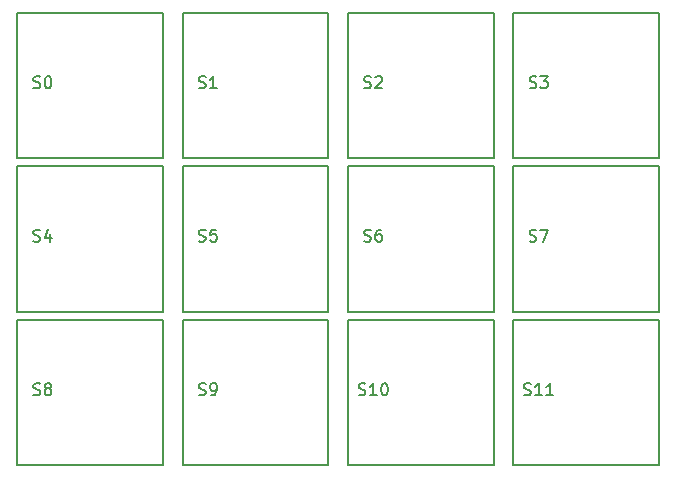
<source format=gbr>
%TF.GenerationSoftware,KiCad,Pcbnew,(5.1.10)-1*%
%TF.CreationDate,2021-11-08T13:26:20-08:00*%
%TF.ProjectId,button_grid,62757474-6f6e-45f6-9772-69642e6b6963,rev?*%
%TF.SameCoordinates,Original*%
%TF.FileFunction,Legend,Top*%
%TF.FilePolarity,Positive*%
%FSLAX46Y46*%
G04 Gerber Fmt 4.6, Leading zero omitted, Abs format (unit mm)*
G04 Created by KiCad (PCBNEW (5.1.10)-1) date 2021-11-08 13:26:20*
%MOMM*%
%LPD*%
G01*
G04 APERTURE LIST*
%ADD10C,0.200000*%
%ADD11C,0.150000*%
G04 APERTURE END LIST*
D10*
%TO.C,S0*%
X132660000Y-70340000D02*
X132660000Y-82660000D01*
X120340000Y-70340000D02*
X132660000Y-70340000D01*
X120340000Y-82660000D02*
X120340000Y-70340000D01*
X132660000Y-82660000D02*
X120340000Y-82660000D01*
%TO.C,S1*%
X146660000Y-82660000D02*
X134340000Y-82660000D01*
X134340000Y-82660000D02*
X134340000Y-70340000D01*
X134340000Y-70340000D02*
X146660000Y-70340000D01*
X146660000Y-70340000D02*
X146660000Y-82660000D01*
%TO.C,S2*%
X160660000Y-70340000D02*
X160660000Y-82660000D01*
X148340000Y-70340000D02*
X160660000Y-70340000D01*
X148340000Y-82660000D02*
X148340000Y-70340000D01*
X160660000Y-82660000D02*
X148340000Y-82660000D01*
%TO.C,S3*%
X174660000Y-82660000D02*
X162340000Y-82660000D01*
X162340000Y-82660000D02*
X162340000Y-70340000D01*
X162340000Y-70340000D02*
X174660000Y-70340000D01*
X174660000Y-70340000D02*
X174660000Y-82660000D01*
%TO.C,S4*%
X132660000Y-83340000D02*
X132660000Y-95660000D01*
X120340000Y-83340000D02*
X132660000Y-83340000D01*
X120340000Y-95660000D02*
X120340000Y-83340000D01*
X132660000Y-95660000D02*
X120340000Y-95660000D01*
%TO.C,S5*%
X146660000Y-95660000D02*
X134340000Y-95660000D01*
X134340000Y-95660000D02*
X134340000Y-83340000D01*
X134340000Y-83340000D02*
X146660000Y-83340000D01*
X146660000Y-83340000D02*
X146660000Y-95660000D01*
%TO.C,S6*%
X160660000Y-83340000D02*
X160660000Y-95660000D01*
X148340000Y-83340000D02*
X160660000Y-83340000D01*
X148340000Y-95660000D02*
X148340000Y-83340000D01*
X160660000Y-95660000D02*
X148340000Y-95660000D01*
%TO.C,S7*%
X174660000Y-95660000D02*
X162340000Y-95660000D01*
X162340000Y-95660000D02*
X162340000Y-83340000D01*
X162340000Y-83340000D02*
X174660000Y-83340000D01*
X174660000Y-83340000D02*
X174660000Y-95660000D01*
%TO.C,S8*%
X132660000Y-96340000D02*
X132660000Y-108660000D01*
X120340000Y-96340000D02*
X132660000Y-96340000D01*
X120340000Y-108660000D02*
X120340000Y-96340000D01*
X132660000Y-108660000D02*
X120340000Y-108660000D01*
%TO.C,S9*%
X146660000Y-108660000D02*
X134340000Y-108660000D01*
X134340000Y-108660000D02*
X134340000Y-96340000D01*
X134340000Y-96340000D02*
X146660000Y-96340000D01*
X146660000Y-96340000D02*
X146660000Y-108660000D01*
%TO.C,S10*%
X160660000Y-96340000D02*
X160660000Y-108660000D01*
X148340000Y-96340000D02*
X160660000Y-96340000D01*
X148340000Y-108660000D02*
X148340000Y-96340000D01*
X160660000Y-108660000D02*
X148340000Y-108660000D01*
%TO.C,S11*%
X174660000Y-108660000D02*
X162340000Y-108660000D01*
X162340000Y-108660000D02*
X162340000Y-96340000D01*
X162340000Y-96340000D02*
X174660000Y-96340000D01*
X174660000Y-96340000D02*
X174660000Y-108660000D01*
%TO.C,S0*%
D11*
X121708719Y-76662117D02*
X121851740Y-76709791D01*
X122090109Y-76709791D01*
X122185457Y-76662117D01*
X122233130Y-76614443D01*
X122280804Y-76519095D01*
X122280804Y-76423748D01*
X122233130Y-76328400D01*
X122185457Y-76280726D01*
X122090109Y-76233053D01*
X121899414Y-76185379D01*
X121804066Y-76137705D01*
X121756392Y-76090031D01*
X121708719Y-75994684D01*
X121708719Y-75899336D01*
X121756392Y-75803988D01*
X121804066Y-75756315D01*
X121899414Y-75708641D01*
X122137783Y-75708641D01*
X122280804Y-75756315D01*
X122900564Y-75708641D02*
X122995911Y-75708641D01*
X123091259Y-75756315D01*
X123138933Y-75803988D01*
X123186607Y-75899336D01*
X123234280Y-76090031D01*
X123234280Y-76328400D01*
X123186607Y-76519095D01*
X123138933Y-76614443D01*
X123091259Y-76662117D01*
X122995911Y-76709791D01*
X122900564Y-76709791D01*
X122805216Y-76662117D01*
X122757542Y-76614443D01*
X122709869Y-76519095D01*
X122662195Y-76328400D01*
X122662195Y-76090031D01*
X122709869Y-75899336D01*
X122757542Y-75803988D01*
X122805216Y-75756315D01*
X122900564Y-75708641D01*
%TO.C,S1*%
X135708719Y-76662117D02*
X135851740Y-76709791D01*
X136090109Y-76709791D01*
X136185457Y-76662117D01*
X136233130Y-76614443D01*
X136280804Y-76519095D01*
X136280804Y-76423748D01*
X136233130Y-76328400D01*
X136185457Y-76280726D01*
X136090109Y-76233053D01*
X135899414Y-76185379D01*
X135804066Y-76137705D01*
X135756392Y-76090031D01*
X135708719Y-75994684D01*
X135708719Y-75899336D01*
X135756392Y-75803988D01*
X135804066Y-75756315D01*
X135899414Y-75708641D01*
X136137783Y-75708641D01*
X136280804Y-75756315D01*
X137234280Y-76709791D02*
X136662195Y-76709791D01*
X136948238Y-76709791D02*
X136948238Y-75708641D01*
X136852890Y-75851662D01*
X136757542Y-75947010D01*
X136662195Y-75994684D01*
%TO.C,S2*%
X149708719Y-76662117D02*
X149851740Y-76709791D01*
X150090109Y-76709791D01*
X150185457Y-76662117D01*
X150233130Y-76614443D01*
X150280804Y-76519095D01*
X150280804Y-76423748D01*
X150233130Y-76328400D01*
X150185457Y-76280726D01*
X150090109Y-76233053D01*
X149899414Y-76185379D01*
X149804066Y-76137705D01*
X149756392Y-76090031D01*
X149708719Y-75994684D01*
X149708719Y-75899336D01*
X149756392Y-75803988D01*
X149804066Y-75756315D01*
X149899414Y-75708641D01*
X150137783Y-75708641D01*
X150280804Y-75756315D01*
X150662195Y-75803988D02*
X150709869Y-75756315D01*
X150805216Y-75708641D01*
X151043585Y-75708641D01*
X151138933Y-75756315D01*
X151186607Y-75803988D01*
X151234280Y-75899336D01*
X151234280Y-75994684D01*
X151186607Y-76137705D01*
X150614521Y-76709791D01*
X151234280Y-76709791D01*
%TO.C,S3*%
X163708719Y-76662117D02*
X163851740Y-76709791D01*
X164090109Y-76709791D01*
X164185457Y-76662117D01*
X164233130Y-76614443D01*
X164280804Y-76519095D01*
X164280804Y-76423748D01*
X164233130Y-76328400D01*
X164185457Y-76280726D01*
X164090109Y-76233053D01*
X163899414Y-76185379D01*
X163804066Y-76137705D01*
X163756392Y-76090031D01*
X163708719Y-75994684D01*
X163708719Y-75899336D01*
X163756392Y-75803988D01*
X163804066Y-75756315D01*
X163899414Y-75708641D01*
X164137783Y-75708641D01*
X164280804Y-75756315D01*
X164614521Y-75708641D02*
X165234280Y-75708641D01*
X164900564Y-76090031D01*
X165043585Y-76090031D01*
X165138933Y-76137705D01*
X165186607Y-76185379D01*
X165234280Y-76280726D01*
X165234280Y-76519095D01*
X165186607Y-76614443D01*
X165138933Y-76662117D01*
X165043585Y-76709791D01*
X164757542Y-76709791D01*
X164662195Y-76662117D01*
X164614521Y-76614443D01*
%TO.C,S4*%
X121708719Y-89662117D02*
X121851740Y-89709791D01*
X122090109Y-89709791D01*
X122185457Y-89662117D01*
X122233130Y-89614443D01*
X122280804Y-89519095D01*
X122280804Y-89423748D01*
X122233130Y-89328400D01*
X122185457Y-89280726D01*
X122090109Y-89233053D01*
X121899414Y-89185379D01*
X121804066Y-89137705D01*
X121756392Y-89090031D01*
X121708719Y-88994684D01*
X121708719Y-88899336D01*
X121756392Y-88803988D01*
X121804066Y-88756315D01*
X121899414Y-88708641D01*
X122137783Y-88708641D01*
X122280804Y-88756315D01*
X123138933Y-89042357D02*
X123138933Y-89709791D01*
X122900564Y-88660967D02*
X122662195Y-89376074D01*
X123281954Y-89376074D01*
%TO.C,S5*%
X135708719Y-89662117D02*
X135851740Y-89709791D01*
X136090109Y-89709791D01*
X136185457Y-89662117D01*
X136233130Y-89614443D01*
X136280804Y-89519095D01*
X136280804Y-89423748D01*
X136233130Y-89328400D01*
X136185457Y-89280726D01*
X136090109Y-89233053D01*
X135899414Y-89185379D01*
X135804066Y-89137705D01*
X135756392Y-89090031D01*
X135708719Y-88994684D01*
X135708719Y-88899336D01*
X135756392Y-88803988D01*
X135804066Y-88756315D01*
X135899414Y-88708641D01*
X136137783Y-88708641D01*
X136280804Y-88756315D01*
X137186607Y-88708641D02*
X136709869Y-88708641D01*
X136662195Y-89185379D01*
X136709869Y-89137705D01*
X136805216Y-89090031D01*
X137043585Y-89090031D01*
X137138933Y-89137705D01*
X137186607Y-89185379D01*
X137234280Y-89280726D01*
X137234280Y-89519095D01*
X137186607Y-89614443D01*
X137138933Y-89662117D01*
X137043585Y-89709791D01*
X136805216Y-89709791D01*
X136709869Y-89662117D01*
X136662195Y-89614443D01*
%TO.C,S6*%
X149708719Y-89662117D02*
X149851740Y-89709791D01*
X150090109Y-89709791D01*
X150185457Y-89662117D01*
X150233130Y-89614443D01*
X150280804Y-89519095D01*
X150280804Y-89423748D01*
X150233130Y-89328400D01*
X150185457Y-89280726D01*
X150090109Y-89233053D01*
X149899414Y-89185379D01*
X149804066Y-89137705D01*
X149756392Y-89090031D01*
X149708719Y-88994684D01*
X149708719Y-88899336D01*
X149756392Y-88803988D01*
X149804066Y-88756315D01*
X149899414Y-88708641D01*
X150137783Y-88708641D01*
X150280804Y-88756315D01*
X151138933Y-88708641D02*
X150948238Y-88708641D01*
X150852890Y-88756315D01*
X150805216Y-88803988D01*
X150709869Y-88947010D01*
X150662195Y-89137705D01*
X150662195Y-89519095D01*
X150709869Y-89614443D01*
X150757542Y-89662117D01*
X150852890Y-89709791D01*
X151043585Y-89709791D01*
X151138933Y-89662117D01*
X151186607Y-89614443D01*
X151234280Y-89519095D01*
X151234280Y-89280726D01*
X151186607Y-89185379D01*
X151138933Y-89137705D01*
X151043585Y-89090031D01*
X150852890Y-89090031D01*
X150757542Y-89137705D01*
X150709869Y-89185379D01*
X150662195Y-89280726D01*
%TO.C,S7*%
X163708719Y-89662117D02*
X163851740Y-89709791D01*
X164090109Y-89709791D01*
X164185457Y-89662117D01*
X164233130Y-89614443D01*
X164280804Y-89519095D01*
X164280804Y-89423748D01*
X164233130Y-89328400D01*
X164185457Y-89280726D01*
X164090109Y-89233053D01*
X163899414Y-89185379D01*
X163804066Y-89137705D01*
X163756392Y-89090031D01*
X163708719Y-88994684D01*
X163708719Y-88899336D01*
X163756392Y-88803988D01*
X163804066Y-88756315D01*
X163899414Y-88708641D01*
X164137783Y-88708641D01*
X164280804Y-88756315D01*
X164614521Y-88708641D02*
X165281954Y-88708641D01*
X164852890Y-89709791D01*
%TO.C,S8*%
X121708719Y-102662117D02*
X121851740Y-102709791D01*
X122090109Y-102709791D01*
X122185457Y-102662117D01*
X122233130Y-102614443D01*
X122280804Y-102519095D01*
X122280804Y-102423748D01*
X122233130Y-102328400D01*
X122185457Y-102280726D01*
X122090109Y-102233053D01*
X121899414Y-102185379D01*
X121804066Y-102137705D01*
X121756392Y-102090031D01*
X121708719Y-101994684D01*
X121708719Y-101899336D01*
X121756392Y-101803988D01*
X121804066Y-101756315D01*
X121899414Y-101708641D01*
X122137783Y-101708641D01*
X122280804Y-101756315D01*
X122852890Y-102137705D02*
X122757542Y-102090031D01*
X122709869Y-102042357D01*
X122662195Y-101947010D01*
X122662195Y-101899336D01*
X122709869Y-101803988D01*
X122757542Y-101756315D01*
X122852890Y-101708641D01*
X123043585Y-101708641D01*
X123138933Y-101756315D01*
X123186607Y-101803988D01*
X123234280Y-101899336D01*
X123234280Y-101947010D01*
X123186607Y-102042357D01*
X123138933Y-102090031D01*
X123043585Y-102137705D01*
X122852890Y-102137705D01*
X122757542Y-102185379D01*
X122709869Y-102233053D01*
X122662195Y-102328400D01*
X122662195Y-102519095D01*
X122709869Y-102614443D01*
X122757542Y-102662117D01*
X122852890Y-102709791D01*
X123043585Y-102709791D01*
X123138933Y-102662117D01*
X123186607Y-102614443D01*
X123234280Y-102519095D01*
X123234280Y-102328400D01*
X123186607Y-102233053D01*
X123138933Y-102185379D01*
X123043585Y-102137705D01*
%TO.C,S9*%
X135708719Y-102662117D02*
X135851740Y-102709791D01*
X136090109Y-102709791D01*
X136185457Y-102662117D01*
X136233130Y-102614443D01*
X136280804Y-102519095D01*
X136280804Y-102423748D01*
X136233130Y-102328400D01*
X136185457Y-102280726D01*
X136090109Y-102233053D01*
X135899414Y-102185379D01*
X135804066Y-102137705D01*
X135756392Y-102090031D01*
X135708719Y-101994684D01*
X135708719Y-101899336D01*
X135756392Y-101803988D01*
X135804066Y-101756315D01*
X135899414Y-101708641D01*
X136137783Y-101708641D01*
X136280804Y-101756315D01*
X136757542Y-102709791D02*
X136948238Y-102709791D01*
X137043585Y-102662117D01*
X137091259Y-102614443D01*
X137186607Y-102471422D01*
X137234280Y-102280726D01*
X137234280Y-101899336D01*
X137186607Y-101803988D01*
X137138933Y-101756315D01*
X137043585Y-101708641D01*
X136852890Y-101708641D01*
X136757542Y-101756315D01*
X136709869Y-101803988D01*
X136662195Y-101899336D01*
X136662195Y-102137705D01*
X136709869Y-102233053D01*
X136757542Y-102280726D01*
X136852890Y-102328400D01*
X137043585Y-102328400D01*
X137138933Y-102280726D01*
X137186607Y-102233053D01*
X137234280Y-102137705D01*
%TO.C,S10*%
X149231980Y-102662117D02*
X149375002Y-102709791D01*
X149613371Y-102709791D01*
X149708719Y-102662117D01*
X149756392Y-102614443D01*
X149804066Y-102519095D01*
X149804066Y-102423748D01*
X149756392Y-102328400D01*
X149708719Y-102280726D01*
X149613371Y-102233053D01*
X149422676Y-102185379D01*
X149327328Y-102137705D01*
X149279654Y-102090031D01*
X149231980Y-101994684D01*
X149231980Y-101899336D01*
X149279654Y-101803988D01*
X149327328Y-101756315D01*
X149422676Y-101708641D01*
X149661045Y-101708641D01*
X149804066Y-101756315D01*
X150757542Y-102709791D02*
X150185457Y-102709791D01*
X150471500Y-102709791D02*
X150471500Y-101708641D01*
X150376152Y-101851662D01*
X150280804Y-101947010D01*
X150185457Y-101994684D01*
X151377302Y-101708641D02*
X151472650Y-101708641D01*
X151567997Y-101756315D01*
X151615671Y-101803988D01*
X151663345Y-101899336D01*
X151711019Y-102090031D01*
X151711019Y-102328400D01*
X151663345Y-102519095D01*
X151615671Y-102614443D01*
X151567997Y-102662117D01*
X151472650Y-102709791D01*
X151377302Y-102709791D01*
X151281954Y-102662117D01*
X151234280Y-102614443D01*
X151186607Y-102519095D01*
X151138933Y-102328400D01*
X151138933Y-102090031D01*
X151186607Y-101899336D01*
X151234280Y-101803988D01*
X151281954Y-101756315D01*
X151377302Y-101708641D01*
%TO.C,S11*%
X163231980Y-102662117D02*
X163375002Y-102709791D01*
X163613371Y-102709791D01*
X163708719Y-102662117D01*
X163756392Y-102614443D01*
X163804066Y-102519095D01*
X163804066Y-102423748D01*
X163756392Y-102328400D01*
X163708719Y-102280726D01*
X163613371Y-102233053D01*
X163422676Y-102185379D01*
X163327328Y-102137705D01*
X163279654Y-102090031D01*
X163231980Y-101994684D01*
X163231980Y-101899336D01*
X163279654Y-101803988D01*
X163327328Y-101756315D01*
X163422676Y-101708641D01*
X163661045Y-101708641D01*
X163804066Y-101756315D01*
X164757542Y-102709791D02*
X164185457Y-102709791D01*
X164471500Y-102709791D02*
X164471500Y-101708641D01*
X164376152Y-101851662D01*
X164280804Y-101947010D01*
X164185457Y-101994684D01*
X165711019Y-102709791D02*
X165138933Y-102709791D01*
X165424976Y-102709791D02*
X165424976Y-101708641D01*
X165329628Y-101851662D01*
X165234280Y-101947010D01*
X165138933Y-101994684D01*
%TD*%
M02*

</source>
